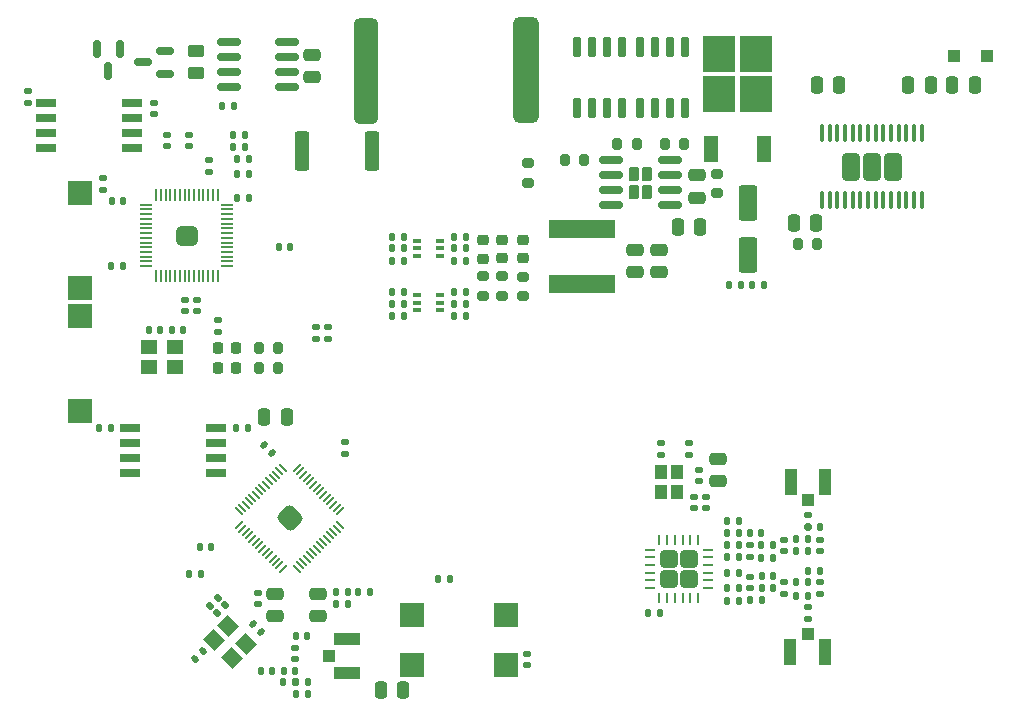
<source format=gbr>
%TF.GenerationSoftware,KiCad,Pcbnew,(6.0.2)*%
%TF.CreationDate,2022-06-02T13:11:00-06:00*%
%TF.ProjectId,RGB-controller,5247422d-636f-46e7-9472-6f6c6c65722e,rev?*%
%TF.SameCoordinates,Original*%
%TF.FileFunction,Paste,Top*%
%TF.FilePolarity,Positive*%
%FSLAX46Y46*%
G04 Gerber Fmt 4.6, Leading zero omitted, Abs format (unit mm)*
G04 Created by KiCad (PCBNEW (6.0.2)) date 2022-06-02 13:11:00*
%MOMM*%
%LPD*%
G01*
G04 APERTURE LIST*
G04 Aperture macros list*
%AMRoundRect*
0 Rectangle with rounded corners*
0 $1 Rounding radius*
0 $2 $3 $4 $5 $6 $7 $8 $9 X,Y pos of 4 corners*
0 Add a 4 corners polygon primitive as box body*
4,1,4,$2,$3,$4,$5,$6,$7,$8,$9,$2,$3,0*
0 Add four circle primitives for the rounded corners*
1,1,$1+$1,$2,$3*
1,1,$1+$1,$4,$5*
1,1,$1+$1,$6,$7*
1,1,$1+$1,$8,$9*
0 Add four rect primitives between the rounded corners*
20,1,$1+$1,$2,$3,$4,$5,0*
20,1,$1+$1,$4,$5,$6,$7,0*
20,1,$1+$1,$6,$7,$8,$9,0*
20,1,$1+$1,$8,$9,$2,$3,0*%
%AMRotRect*
0 Rectangle, with rotation*
0 The origin of the aperture is its center*
0 $1 length*
0 $2 width*
0 $3 Rotation angle, in degrees counterclockwise*
0 Add horizontal line*
21,1,$1,$2,0,0,$3*%
G04 Aperture macros list end*
%ADD10RoundRect,0.250000X0.475000X-0.250000X0.475000X0.250000X-0.475000X0.250000X-0.475000X-0.250000X0*%
%ADD11RoundRect,0.200000X-0.275000X0.200000X-0.275000X-0.200000X0.275000X-0.200000X0.275000X0.200000X0*%
%ADD12RoundRect,0.140000X0.140000X0.170000X-0.140000X0.170000X-0.140000X-0.170000X0.140000X-0.170000X0*%
%ADD13RoundRect,0.250000X0.250000X0.475000X-0.250000X0.475000X-0.250000X-0.475000X0.250000X-0.475000X0*%
%ADD14RoundRect,0.140000X-0.140000X-0.170000X0.140000X-0.170000X0.140000X0.170000X-0.140000X0.170000X0*%
%ADD15R,5.700000X1.600000*%
%ADD16RoundRect,0.250000X-0.475000X0.250000X-0.475000X-0.250000X0.475000X-0.250000X0.475000X0.250000X0*%
%ADD17RoundRect,0.140000X-0.021213X0.219203X-0.219203X0.021213X0.021213X-0.219203X0.219203X-0.021213X0*%
%ADD18RoundRect,0.135000X0.135000X0.185000X-0.135000X0.185000X-0.135000X-0.185000X0.135000X-0.185000X0*%
%ADD19R,1.050000X2.200000*%
%ADD20R,1.000000X1.050000*%
%ADD21RoundRect,0.147500X-0.147500X-0.172500X0.147500X-0.172500X0.147500X0.172500X-0.147500X0.172500X0*%
%ADD22RoundRect,0.135000X-0.135000X-0.185000X0.135000X-0.185000X0.135000X0.185000X-0.135000X0.185000X0*%
%ADD23RoundRect,0.150000X0.825000X0.150000X-0.825000X0.150000X-0.825000X-0.150000X0.825000X-0.150000X0*%
%ADD24RoundRect,0.250000X-0.362500X-1.425000X0.362500X-1.425000X0.362500X1.425000X-0.362500X1.425000X0*%
%ADD25RoundRect,0.140000X-0.219203X-0.021213X-0.021213X-0.219203X0.219203X0.021213X0.021213X0.219203X0*%
%ADD26RoundRect,0.200000X-0.200000X-0.275000X0.200000X-0.275000X0.200000X0.275000X-0.200000X0.275000X0*%
%ADD27RoundRect,0.250000X-0.550000X1.250000X-0.550000X-1.250000X0.550000X-1.250000X0.550000X1.250000X0*%
%ADD28RoundRect,0.135000X-0.035355X0.226274X-0.226274X0.035355X0.035355X-0.226274X0.226274X-0.035355X0*%
%ADD29R,1.400000X1.200000*%
%ADD30RoundRect,0.140000X0.170000X-0.140000X0.170000X0.140000X-0.170000X0.140000X-0.170000X-0.140000X0*%
%ADD31RoundRect,0.550000X0.550000X3.936000X-0.550000X3.936000X-0.550000X-3.936000X0.550000X-3.936000X0*%
%ADD32RoundRect,0.521850X0.521850X3.964150X-0.521850X3.964150X-0.521850X-3.964150X0.521850X-3.964150X0*%
%ADD33RoundRect,0.135000X0.185000X-0.135000X0.185000X0.135000X-0.185000X0.135000X-0.185000X-0.135000X0*%
%ADD34R,1.700000X0.650000*%
%ADD35RoundRect,0.218750X0.256250X-0.218750X0.256250X0.218750X-0.256250X0.218750X-0.256250X-0.218750X0*%
%ADD36R,2.200000X1.050000*%
%ADD37R,1.050000X1.000000*%
%ADD38RoundRect,0.250000X-0.450000X0.262500X-0.450000X-0.262500X0.450000X-0.262500X0.450000X0.262500X0*%
%ADD39RoundRect,0.150000X-0.150000X0.587500X-0.150000X-0.587500X0.150000X-0.587500X0.150000X0.587500X0*%
%ADD40RoundRect,0.147500X-0.172500X0.147500X-0.172500X-0.147500X0.172500X-0.147500X0.172500X0.147500X0*%
%ADD41RoundRect,0.135000X-0.185000X0.135000X-0.185000X-0.135000X0.185000X-0.135000X0.185000X0.135000X0*%
%ADD42R,1.100000X1.100000*%
%ADD43RoundRect,0.391909X0.683192X-0.035355X-0.035355X0.683192X-0.683192X0.035355X0.035355X-0.683192X0*%
%ADD44RoundRect,0.050000X0.353553X-0.282843X-0.282843X0.353553X-0.353553X0.282843X0.282843X-0.353553X0*%
%ADD45RoundRect,0.050000X0.353553X0.282843X0.282843X0.353553X-0.353553X-0.282843X-0.282843X-0.353553X0*%
%ADD46RoundRect,0.150000X0.587500X0.150000X-0.587500X0.150000X-0.587500X-0.150000X0.587500X-0.150000X0*%
%ADD47RoundRect,0.218750X0.218750X0.256250X-0.218750X0.256250X-0.218750X-0.256250X0.218750X-0.256250X0*%
%ADD48RoundRect,0.140000X-0.170000X0.140000X-0.170000X-0.140000X0.170000X-0.140000X0.170000X0.140000X0*%
%ADD49RoundRect,0.147500X0.147500X0.172500X-0.147500X0.172500X-0.147500X-0.172500X0.147500X-0.172500X0*%
%ADD50RoundRect,0.230000X0.230000X0.375000X-0.230000X0.375000X-0.230000X-0.375000X0.230000X-0.375000X0*%
%ADD51R,2.000000X2.000000*%
%ADD52RoundRect,0.200000X0.200000X0.275000X-0.200000X0.275000X-0.200000X-0.275000X0.200000X-0.275000X0*%
%ADD53RoundRect,0.150000X0.150000X-0.725000X0.150000X0.725000X-0.150000X0.725000X-0.150000X-0.725000X0*%
%ADD54RoundRect,0.140000X0.219203X0.021213X0.021213X0.219203X-0.219203X-0.021213X-0.021213X-0.219203X0*%
%ADD55RoundRect,0.250000X-0.485000X0.485000X-0.485000X-0.485000X0.485000X-0.485000X0.485000X0.485000X0*%
%ADD56RoundRect,0.062500X-0.062500X0.362500X-0.062500X-0.362500X0.062500X-0.362500X0.062500X0.362500X0*%
%ADD57RoundRect,0.062500X-0.362500X0.062500X-0.362500X-0.062500X0.362500X-0.062500X0.362500X0.062500X0*%
%ADD58R,1.000000X1.150000*%
%ADD59R,2.750000X3.050000*%
%ADD60R,1.200000X2.200000*%
%ADD61R,0.650000X0.400000*%
%ADD62RoundRect,0.250000X-0.475000X0.900000X-0.475000X-0.900000X0.475000X-0.900000X0.475000X0.900000X0*%
%ADD63RoundRect,0.100000X-0.100000X0.637500X-0.100000X-0.637500X0.100000X-0.637500X0.100000X0.637500X0*%
%ADD64RotRect,1.400000X1.200000X135.000000*%
%ADD65RoundRect,0.391909X-0.508090X-0.458090X0.508090X-0.458090X0.508090X0.458090X-0.508090X0.458090X0*%
%ADD66RoundRect,0.050000X-0.450000X-0.050000X0.450000X-0.050000X0.450000X0.050000X-0.450000X0.050000X0*%
%ADD67RoundRect,0.050000X-0.050000X-0.450000X0.050000X-0.450000X0.050000X0.450000X-0.050000X0.450000X0*%
G04 APERTURE END LIST*
D10*
%TO.C,C2*%
X85460001Y-91840000D03*
X85460001Y-89940000D03*
%TD*%
D11*
%TO.C,R21*%
X67195000Y-74497499D03*
X67195000Y-76147499D03*
%TD*%
D12*
%TO.C,C65*%
X93060000Y-101540000D03*
X92100000Y-101540000D03*
%TD*%
D13*
%TO.C,C32*%
X83955001Y-70325000D03*
X82055001Y-70325000D03*
%TD*%
D14*
%TO.C,C24*%
X39230000Y-79100000D03*
X40190000Y-79100000D03*
%TD*%
D15*
%TO.C,L6*%
X73950000Y-70480000D03*
X73950000Y-75180000D03*
%TD*%
D16*
%TO.C,C5*%
X51050000Y-55764999D03*
X51050000Y-57664999D03*
%TD*%
D17*
%TO.C,C22*%
X41857559Y-106231163D03*
X41178737Y-106909985D03*
%TD*%
D18*
%TO.C,R10*%
X64123167Y-73185000D03*
X63103167Y-73185000D03*
%TD*%
D13*
%TO.C,C16*%
X48960000Y-86450000D03*
X47060000Y-86450000D03*
%TD*%
D19*
%TO.C,J2*%
X91605000Y-91910001D03*
D20*
X93080000Y-93435001D03*
D19*
X94555000Y-91910001D03*
%TD*%
D21*
%TO.C,L7*%
X86245000Y-97290000D03*
X87215000Y-97290000D03*
%TD*%
D22*
%TO.C,R7*%
X57833167Y-73185000D03*
X58853167Y-73185000D03*
%TD*%
D21*
%TO.C,L12*%
X92095000Y-100430001D03*
X93065000Y-100430001D03*
%TD*%
D23*
%TO.C,U3*%
X48970000Y-58500000D03*
X48970000Y-57230000D03*
X48970000Y-55960000D03*
X48970000Y-54690000D03*
X44020000Y-54690000D03*
X44020000Y-55960000D03*
X44020000Y-57230000D03*
X44020000Y-58500000D03*
%TD*%
D14*
%TO.C,C53*%
X86250000Y-95230000D03*
X87210000Y-95230000D03*
%TD*%
%TO.C,C21*%
X46750000Y-107960000D03*
X47710000Y-107960000D03*
%TD*%
D24*
%TO.C,R45*%
X50207500Y-63945000D03*
X56132500Y-63945000D03*
%TD*%
D14*
%TO.C,C55*%
X86250000Y-102040000D03*
X87210000Y-102040000D03*
%TD*%
D25*
%TO.C,C18*%
X46060589Y-103960589D03*
X46739411Y-104639411D03*
%TD*%
D26*
%TO.C,R34*%
X72480000Y-64635000D03*
X74130000Y-64635000D03*
%TD*%
D27*
%TO.C,C47*%
X88005000Y-68274999D03*
X88005000Y-72674999D03*
%TD*%
D12*
%TO.C,C27*%
X80510000Y-102999999D03*
X79550000Y-102999999D03*
%TD*%
D28*
%TO.C,R26*%
X43150624Y-101729376D03*
X42429376Y-102450624D03*
%TD*%
D29*
%TO.C,Y4*%
X37300000Y-82220000D03*
X39500000Y-82220000D03*
X39500000Y-80520000D03*
X37300000Y-80520000D03*
%TD*%
D13*
%TO.C,C6*%
X58790000Y-109570000D03*
X56890000Y-109570000D03*
%TD*%
D30*
%TO.C,C33*%
X42330000Y-65660000D03*
X42330000Y-64700000D03*
%TD*%
D31*
%TO.C,F2*%
X69200000Y-57024000D03*
D32*
X55656300Y-57124000D03*
%TD*%
D18*
%TO.C,R31*%
X87420000Y-75274999D03*
X86400000Y-75274999D03*
%TD*%
D33*
%TO.C,R44*%
X93060000Y-95720000D03*
X93060000Y-94700000D03*
%TD*%
D13*
%TO.C,C46*%
X107185001Y-58335000D03*
X105285001Y-58335000D03*
%TD*%
D34*
%TO.C,U5*%
X35658163Y-87352086D03*
X35658163Y-88622086D03*
X35658163Y-89892086D03*
X35658163Y-91162086D03*
X42958163Y-91162086D03*
X42958163Y-89892086D03*
X42958163Y-88622086D03*
X42958163Y-87352086D03*
%TD*%
D12*
%TO.C,C50*%
X35070000Y-68130000D03*
X34110000Y-68130000D03*
%TD*%
D21*
%TO.C,L9*%
X89135000Y-98319999D03*
X90105000Y-98319999D03*
%TD*%
D12*
%TO.C,C49*%
X35050000Y-73650000D03*
X34090000Y-73650000D03*
%TD*%
D19*
%TO.C,J10*%
X94535001Y-106339999D03*
D20*
X93060001Y-104814999D03*
D19*
X91585001Y-106339999D03*
%TD*%
D30*
%TO.C,C36*%
X83390000Y-94140000D03*
X83390000Y-93180000D03*
%TD*%
D35*
%TO.C,D6*%
X67195000Y-72999999D03*
X67195000Y-71424999D03*
%TD*%
D30*
%TO.C,C57*%
X88190000Y-100940000D03*
X88190000Y-99980000D03*
%TD*%
D14*
%TO.C,C54*%
X86250000Y-96260000D03*
X87210000Y-96260000D03*
%TD*%
D36*
%TO.C,J7*%
X54075000Y-105185001D03*
D37*
X52550000Y-106660001D03*
D36*
X54075000Y-108135001D03*
%TD*%
D28*
%TO.C,R27*%
X43740000Y-102330000D03*
X43018752Y-103051248D03*
%TD*%
D18*
%TO.C,R29*%
X64123167Y-75825000D03*
X63103167Y-75825000D03*
%TD*%
D14*
%TO.C,C38*%
X44750000Y-64610000D03*
X45710000Y-64610000D03*
%TD*%
D12*
%TO.C,C26*%
X38250000Y-79090000D03*
X37290000Y-79090000D03*
%TD*%
D13*
%TO.C,C43*%
X103455000Y-58335000D03*
X101555000Y-58335000D03*
%TD*%
D26*
%TO.C,R39*%
X92215000Y-71780000D03*
X93865000Y-71780000D03*
%TD*%
D14*
%TO.C,C40*%
X48250000Y-72060000D03*
X49210000Y-72060000D03*
%TD*%
D38*
%TO.C,R3*%
X41262501Y-55472501D03*
X41262501Y-57297501D03*
%TD*%
D39*
%TO.C,D7*%
X34795000Y-55257500D03*
X32895000Y-55257500D03*
X33845000Y-57132500D03*
%TD*%
D22*
%TO.C,R32*%
X63103167Y-76835000D03*
X64123167Y-76835000D03*
%TD*%
D40*
%TO.C,L3*%
X49670000Y-105945000D03*
X49670000Y-106915000D03*
%TD*%
D14*
%TO.C,C10*%
X53140000Y-101260000D03*
X54100000Y-101260000D03*
%TD*%
D21*
%TO.C,L5*%
X86245000Y-99610000D03*
X87215000Y-99610000D03*
%TD*%
D41*
%TO.C,R37*%
X27040000Y-58810000D03*
X27040000Y-59830000D03*
%TD*%
D18*
%TO.C,R43*%
X94070000Y-95720000D03*
X93050000Y-95720000D03*
%TD*%
D33*
%TO.C,R38*%
X43110000Y-79250000D03*
X43110000Y-78230000D03*
%TD*%
D22*
%TO.C,R15*%
X33060000Y-87359999D03*
X34080000Y-87359999D03*
%TD*%
D18*
%TO.C,R12*%
X58853167Y-76835000D03*
X57833167Y-76835000D03*
%TD*%
%TO.C,R28*%
X50710000Y-108900000D03*
X49690000Y-108900000D03*
%TD*%
D30*
%TO.C,C62*%
X91060000Y-97809998D03*
X91060000Y-96849998D03*
%TD*%
D42*
%TO.C,D5*%
X105445000Y-55870000D03*
X108245000Y-55870000D03*
%TD*%
D35*
%TO.C,D9*%
X68985000Y-72994999D03*
X68985000Y-71419999D03*
%TD*%
D30*
%TO.C,C29*%
X38770000Y-63480000D03*
X38770000Y-62520000D03*
%TD*%
D43*
%TO.C,U4*%
X49215355Y-94964646D03*
D44*
X49772202Y-99269157D03*
X50055045Y-98986314D03*
X50337887Y-98703472D03*
X50620730Y-98420629D03*
X50903573Y-98137786D03*
X51186415Y-97854944D03*
X51469258Y-97572101D03*
X51752101Y-97289258D03*
X52034944Y-97006415D03*
X52317786Y-96723573D03*
X52600629Y-96440730D03*
X52883472Y-96157887D03*
X53166314Y-95875045D03*
X53449157Y-95592202D03*
D45*
X53449157Y-94407798D03*
X53166314Y-94124955D03*
X52883472Y-93842113D03*
X52600629Y-93559270D03*
X52317786Y-93276427D03*
X52034944Y-92993585D03*
X51752101Y-92710742D03*
X51469258Y-92427899D03*
X51186415Y-92145056D03*
X50903573Y-91862214D03*
X50620730Y-91579371D03*
X50337887Y-91296528D03*
X50055045Y-91013686D03*
X49772202Y-90730843D03*
D44*
X48587798Y-90730843D03*
X48304955Y-91013686D03*
X48022113Y-91296528D03*
X47739270Y-91579371D03*
X47456427Y-91862214D03*
X47173585Y-92145056D03*
X46890742Y-92427899D03*
X46607899Y-92710742D03*
X46325056Y-92993585D03*
X46042214Y-93276427D03*
X45759371Y-93559270D03*
X45476528Y-93842113D03*
X45193686Y-94124955D03*
X44910843Y-94407798D03*
D45*
X44910843Y-95592202D03*
X45193686Y-95875045D03*
X45476528Y-96157887D03*
X45759371Y-96440730D03*
X46042214Y-96723573D03*
X46325056Y-97006415D03*
X46607899Y-97289258D03*
X46890742Y-97572101D03*
X47173585Y-97854944D03*
X47456427Y-98137786D03*
X47739270Y-98420629D03*
X48022113Y-98703472D03*
X48304955Y-98986314D03*
X48587798Y-99269157D03*
%TD*%
D46*
%TO.C,D8*%
X38670000Y-57345000D03*
X38670000Y-55445000D03*
X36795000Y-56395000D03*
%TD*%
D10*
%TO.C,C39*%
X80495000Y-74155000D03*
X80495000Y-72255000D03*
%TD*%
D47*
%TO.C,D4*%
X44680002Y-80564999D03*
X43105002Y-80564999D03*
%TD*%
D48*
%TO.C,C13*%
X46530000Y-101290000D03*
X46530000Y-102250000D03*
%TD*%
D49*
%TO.C,L4*%
X49675000Y-107940000D03*
X48705000Y-107940000D03*
%TD*%
D22*
%TO.C,R4*%
X55010001Y-101270000D03*
X56030001Y-101270000D03*
%TD*%
D50*
%TO.C,U8*%
X78335000Y-65855000D03*
X78335000Y-67355000D03*
X79475000Y-65855000D03*
X79475000Y-67355000D03*
D23*
X81380000Y-68510000D03*
X81380000Y-67240000D03*
X81380000Y-65970000D03*
X81380000Y-64700000D03*
X76430000Y-64700000D03*
X76430000Y-65970000D03*
X76430000Y-67240000D03*
X76430000Y-68510000D03*
%TD*%
D11*
%TO.C,R48*%
X85370000Y-65835000D03*
X85370000Y-67485000D03*
%TD*%
D51*
%TO.C,SW5*%
X31422679Y-77910000D03*
X31422679Y-85910000D03*
%TD*%
D48*
%TO.C,C56*%
X88190000Y-97290001D03*
X88190000Y-98250001D03*
%TD*%
D51*
%TO.C,SW3*%
X59530000Y-103150000D03*
X67530000Y-103150000D03*
%TD*%
D26*
%TO.C,R19*%
X46572502Y-82289999D03*
X48222502Y-82289999D03*
%TD*%
D21*
%TO.C,L11*%
X92085000Y-96750000D03*
X93055000Y-96750000D03*
%TD*%
D30*
%TO.C,C34*%
X80620000Y-89620000D03*
X80620000Y-88660000D03*
%TD*%
D22*
%TO.C,R6*%
X40660000Y-99710000D03*
X41680000Y-99710000D03*
%TD*%
%TO.C,R22*%
X48653223Y-108902807D03*
X49673223Y-108902807D03*
%TD*%
D51*
%TO.C,SW2*%
X59520000Y-107420000D03*
X67520000Y-107420000D03*
%TD*%
D48*
%TO.C,C63*%
X91070000Y-100430000D03*
X91070000Y-101390000D03*
%TD*%
D22*
%TO.C,R2*%
X57833167Y-71145000D03*
X58853167Y-71145000D03*
%TD*%
D11*
%TO.C,R47*%
X69395000Y-64920000D03*
X69395000Y-66570000D03*
%TD*%
D30*
%TO.C,C3*%
X83040000Y-89620000D03*
X83040000Y-88660000D03*
%TD*%
D35*
%TO.C,D2*%
X65545000Y-73007500D03*
X65545000Y-71432500D03*
%TD*%
D52*
%TO.C,R23*%
X82620000Y-63305000D03*
X80970000Y-63305000D03*
%TD*%
D26*
%TO.C,R35*%
X76920000Y-63295000D03*
X78570000Y-63295000D03*
%TD*%
D33*
%TO.C,R17*%
X51380000Y-79840000D03*
X51380000Y-78820000D03*
%TD*%
D41*
%TO.C,R36*%
X33422679Y-66170000D03*
X33422679Y-67190000D03*
%TD*%
D18*
%TO.C,R42*%
X45410000Y-63570000D03*
X44390000Y-63570000D03*
%TD*%
D34*
%TO.C,U7*%
X28580000Y-59825000D03*
X28580000Y-61095000D03*
X28580000Y-62365000D03*
X28580000Y-63635000D03*
X35880000Y-63635000D03*
X35880000Y-62365000D03*
X35880000Y-61095000D03*
X35880000Y-59825000D03*
%TD*%
D18*
%TO.C,R33*%
X64123167Y-77905000D03*
X63103167Y-77905000D03*
%TD*%
D11*
%TO.C,R46*%
X68985000Y-74532499D03*
X68985000Y-76182499D03*
%TD*%
D18*
%TO.C,R8*%
X64123167Y-71145000D03*
X63103167Y-71145000D03*
%TD*%
D26*
%TO.C,R20*%
X46572502Y-80564999D03*
X48222502Y-80564999D03*
%TD*%
D30*
%TO.C,C66*%
X94110000Y-97800000D03*
X94110000Y-96840000D03*
%TD*%
D53*
%TO.C,Q3*%
X78880000Y-60220001D03*
X80150000Y-60220001D03*
X81420000Y-60220001D03*
X82690000Y-60220001D03*
X82690000Y-55070001D03*
X81420000Y-55070001D03*
X80150000Y-55070001D03*
X78880000Y-55070001D03*
%TD*%
D14*
%TO.C,C4*%
X44683164Y-87347088D03*
X45643164Y-87347088D03*
%TD*%
D21*
%TO.C,L10*%
X89155000Y-99890000D03*
X90125000Y-99890000D03*
%TD*%
D12*
%TO.C,C64*%
X93050000Y-97810000D03*
X92090000Y-97810000D03*
%TD*%
D18*
%TO.C,R41*%
X45410000Y-62520000D03*
X44390000Y-62520000D03*
%TD*%
D54*
%TO.C,C14*%
X47704053Y-89465477D03*
X47025231Y-88786655D03*
%TD*%
D30*
%TO.C,C30*%
X83820000Y-91840000D03*
X83820000Y-90880000D03*
%TD*%
D11*
%TO.C,R18*%
X65545000Y-74500001D03*
X65545000Y-76150001D03*
%TD*%
D48*
%TO.C,C48*%
X40320000Y-76480000D03*
X40320000Y-77440000D03*
%TD*%
D22*
%TO.C,R9*%
X63103167Y-72155000D03*
X64123167Y-72155000D03*
%TD*%
D14*
%TO.C,C58*%
X88180000Y-96250000D03*
X89140000Y-96250000D03*
%TD*%
D30*
%TO.C,C7*%
X53862617Y-89528432D03*
X53862617Y-88568432D03*
%TD*%
D21*
%TO.C,L8*%
X86245000Y-100940000D03*
X87215000Y-100940000D03*
%TD*%
D18*
%TO.C,R30*%
X89390000Y-75274999D03*
X88370000Y-75274999D03*
%TD*%
%TO.C,R24*%
X94090000Y-99429999D03*
X93070000Y-99429999D03*
%TD*%
D55*
%TO.C,U2*%
X81280000Y-98440000D03*
X82980000Y-98440000D03*
X82980000Y-100140000D03*
X81280000Y-100140000D03*
D56*
X83755000Y-96840000D03*
X83105000Y-96840000D03*
X82455000Y-96840000D03*
X81805000Y-96840000D03*
X81155000Y-96840000D03*
X80505000Y-96840000D03*
D57*
X79680000Y-97665000D03*
X79680000Y-98315000D03*
X79680000Y-98965000D03*
X79680000Y-99615000D03*
X79680000Y-100265000D03*
X79680000Y-100915000D03*
D56*
X80505000Y-101740000D03*
X81155000Y-101740000D03*
X81805000Y-101740000D03*
X82455000Y-101740000D03*
X83105000Y-101740000D03*
X83755000Y-101740000D03*
D57*
X84580000Y-100915000D03*
X84580000Y-100265000D03*
X84580000Y-99615000D03*
X84580000Y-98965000D03*
X84580000Y-98315000D03*
X84580000Y-97665000D03*
%TD*%
D58*
%TO.C,Y5*%
X82020000Y-92794999D03*
X82020000Y-91044999D03*
X80620000Y-91044999D03*
X80620000Y-92794999D03*
%TD*%
D16*
%TO.C,C12*%
X51630000Y-101390000D03*
X51630000Y-103290000D03*
%TD*%
D22*
%TO.C,R25*%
X61730000Y-100150000D03*
X62750000Y-100150000D03*
%TD*%
D33*
%TO.C,R16*%
X52430000Y-79840000D03*
X52430000Y-78820000D03*
%TD*%
D18*
%TO.C,R5*%
X58853167Y-72155000D03*
X57833167Y-72155000D03*
%TD*%
D22*
%TO.C,R11*%
X57833167Y-75825000D03*
X58853167Y-75825000D03*
%TD*%
D41*
%TO.C,R40*%
X93060000Y-102500000D03*
X93060000Y-103520000D03*
%TD*%
D14*
%TO.C,C52*%
X44750000Y-67840000D03*
X45710000Y-67840000D03*
%TD*%
D48*
%TO.C,C31*%
X41350000Y-76480000D03*
X41350000Y-77440000D03*
%TD*%
D12*
%TO.C,C60*%
X90100000Y-97280001D03*
X89140000Y-97280001D03*
%TD*%
D22*
%TO.C,R13*%
X57833167Y-77905000D03*
X58853167Y-77905000D03*
%TD*%
D12*
%TO.C,C61*%
X90120000Y-100940000D03*
X89160000Y-100940000D03*
%TD*%
D30*
%TO.C,C37*%
X69270000Y-107420000D03*
X69270000Y-106460000D03*
%TD*%
D12*
%TO.C,C17*%
X50670000Y-104940000D03*
X49710000Y-104940000D03*
%TD*%
D10*
%TO.C,C25*%
X83685000Y-67864999D03*
X83685000Y-65964999D03*
%TD*%
D59*
%TO.C,Q7*%
X85585001Y-59075000D03*
X88635001Y-59075000D03*
X88635001Y-55725000D03*
X85585001Y-55725000D03*
D60*
X84830001Y-63700000D03*
X89390001Y-63700000D03*
%TD*%
D30*
%TO.C,C51*%
X40630000Y-63480000D03*
X40630000Y-62520000D03*
%TD*%
D61*
%TO.C,Q6*%
X59983167Y-76105000D03*
X59983167Y-76755000D03*
X59983167Y-77405000D03*
X61883167Y-77405000D03*
X61883167Y-76755000D03*
X61883167Y-76105000D03*
%TD*%
D14*
%TO.C,C11*%
X53140000Y-102250000D03*
X54100000Y-102250000D03*
%TD*%
%TO.C,C35*%
X44750000Y-65870000D03*
X45710000Y-65870000D03*
%TD*%
D61*
%TO.C,Q5*%
X59983167Y-71505000D03*
X59983167Y-72155000D03*
X59983167Y-72805000D03*
X61883167Y-72805000D03*
X61883167Y-72155000D03*
X61883167Y-71505000D03*
%TD*%
D47*
%TO.C,D3*%
X44680002Y-82250001D03*
X43105002Y-82250001D03*
%TD*%
D10*
%TO.C,C41*%
X78425000Y-74155000D03*
X78425000Y-72255000D03*
%TD*%
D48*
%TO.C,C67*%
X94119999Y-100430000D03*
X94119999Y-101390000D03*
%TD*%
D62*
%TO.C,U10*%
X96676500Y-65225000D03*
X98476500Y-65225000D03*
X100276500Y-65225000D03*
D63*
X102701500Y-62362500D03*
X102051500Y-62362500D03*
X101401500Y-62362500D03*
X100751500Y-62362500D03*
X100101500Y-62362500D03*
X99451500Y-62362500D03*
X98801500Y-62362500D03*
X98151500Y-62362500D03*
X97501500Y-62362500D03*
X96851500Y-62362500D03*
X96201500Y-62362500D03*
X95551500Y-62362500D03*
X94901500Y-62362500D03*
X94251500Y-62362500D03*
X94251500Y-68087500D03*
X94901500Y-68087500D03*
X95551500Y-68087500D03*
X96201500Y-68087500D03*
X96851500Y-68087500D03*
X97501500Y-68087500D03*
X98151500Y-68087500D03*
X98801500Y-68087500D03*
X99451500Y-68087500D03*
X100101500Y-68087500D03*
X100751500Y-68087500D03*
X101401500Y-68087500D03*
X102051500Y-68087500D03*
X102701500Y-68087500D03*
%TD*%
D18*
%TO.C,R14*%
X44445000Y-60095000D03*
X43425000Y-60095000D03*
%TD*%
D13*
%TO.C,C42*%
X93765000Y-70004999D03*
X91865000Y-70004999D03*
%TD*%
D14*
%TO.C,C59*%
X88200000Y-101960000D03*
X89160000Y-101960000D03*
%TD*%
D13*
%TO.C,C44*%
X95745000Y-58335000D03*
X93845000Y-58335000D03*
%TD*%
D16*
%TO.C,C15*%
X47930000Y-101400000D03*
X47930000Y-103300000D03*
%TD*%
D64*
%TO.C,Y2*%
X45528858Y-105666777D03*
X43973223Y-104111142D03*
X42771142Y-105313223D03*
X44326777Y-106868858D03*
%TD*%
D30*
%TO.C,C45*%
X84400000Y-94140000D03*
X84400000Y-93180000D03*
%TD*%
D48*
%TO.C,C9*%
X37730000Y-59810000D03*
X37730000Y-60770000D03*
%TD*%
D51*
%TO.C,SW4*%
X31422679Y-75490000D03*
X31422679Y-67490000D03*
%TD*%
D12*
%TO.C,C8*%
X42555000Y-97450000D03*
X41595000Y-97450000D03*
%TD*%
D53*
%TO.C,Q2*%
X73540000Y-60220000D03*
X74810000Y-60220000D03*
X76080000Y-60220000D03*
X77350000Y-60220000D03*
X77350000Y-55070000D03*
X76080000Y-55070000D03*
X74810000Y-55070000D03*
X73540000Y-55070000D03*
%TD*%
D21*
%TO.C,L2*%
X86245000Y-98310000D03*
X87215000Y-98310000D03*
%TD*%
D12*
%TO.C,C20*%
X50720000Y-109890000D03*
X49760000Y-109890000D03*
%TD*%
D65*
%TO.C,U11*%
X40489999Y-71099999D03*
D66*
X37052500Y-68450000D03*
X37052500Y-68850000D03*
X37052500Y-69250000D03*
X37052500Y-69650000D03*
X37052500Y-70050000D03*
X37052500Y-70450000D03*
X37052500Y-70850000D03*
X37052500Y-71250000D03*
X37052500Y-71650000D03*
X37052500Y-72050000D03*
X37052500Y-72450000D03*
X37052500Y-72850000D03*
X37052500Y-73250000D03*
X37052500Y-73650000D03*
D67*
X37890000Y-74487500D03*
X38290000Y-74487500D03*
X38690000Y-74487500D03*
X39090000Y-74487500D03*
X39490000Y-74487500D03*
X39890000Y-74487500D03*
X40290000Y-74487500D03*
X40690000Y-74487500D03*
X41090000Y-74487500D03*
X41490000Y-74487500D03*
X41890000Y-74487500D03*
X42290000Y-74487500D03*
X42690000Y-74487500D03*
X43090000Y-74487500D03*
D66*
X43927500Y-73650000D03*
X43927500Y-73250000D03*
X43927500Y-72850000D03*
X43927500Y-72450000D03*
X43927500Y-72050000D03*
X43927500Y-71650000D03*
X43927500Y-71250000D03*
X43927500Y-70850000D03*
X43927500Y-70450000D03*
X43927500Y-70050000D03*
X43927500Y-69650000D03*
X43927500Y-69250000D03*
X43927500Y-68850000D03*
X43927500Y-68450000D03*
D67*
X43090000Y-67612500D03*
X42690000Y-67612500D03*
X42290000Y-67612500D03*
X41890000Y-67612500D03*
X41490000Y-67612500D03*
X41090000Y-67612500D03*
X40690000Y-67612500D03*
X40290000Y-67612500D03*
X39890000Y-67612500D03*
X39490000Y-67612500D03*
X39090000Y-67612500D03*
X38690000Y-67612500D03*
X38290000Y-67612500D03*
X37890000Y-67612500D03*
%TD*%
M02*

</source>
